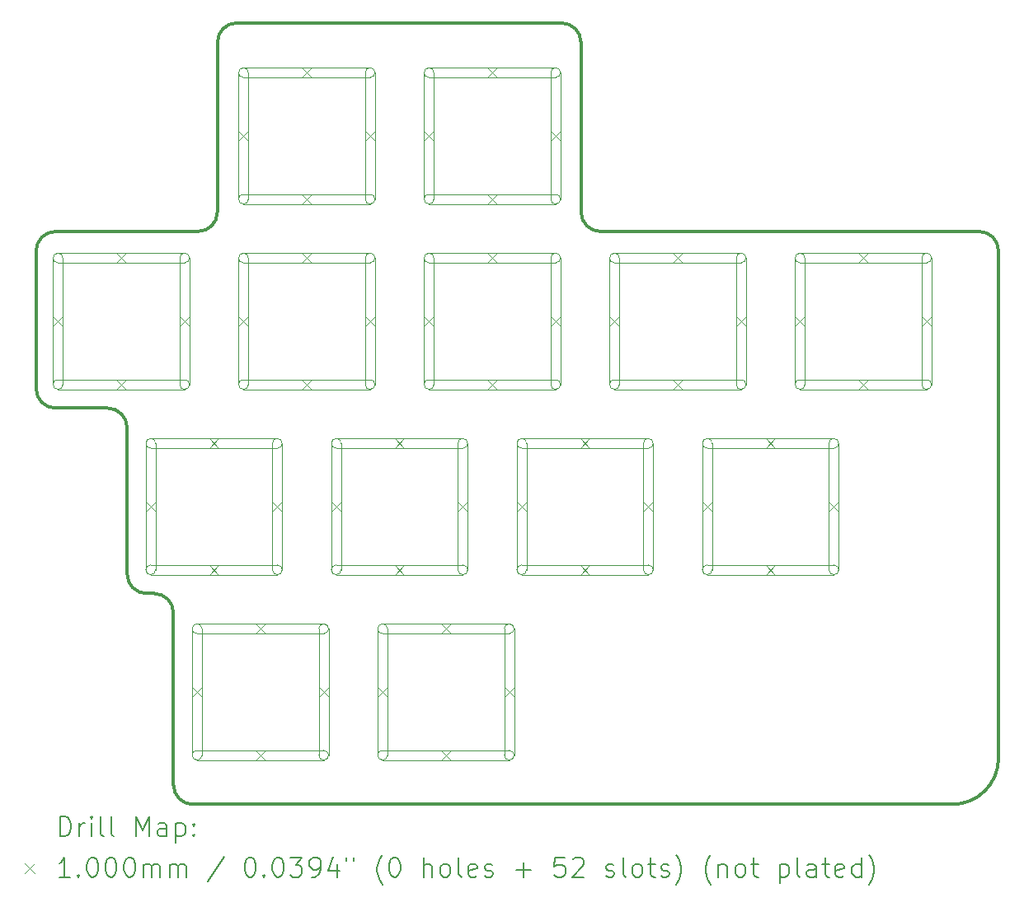
<source format=gbr>
%TF.GenerationSoftware,KiCad,Pcbnew,8.0.5*%
%TF.CreationDate,2024-09-30T06:21:50+09:00*%
%TF.ProjectId,SandyLP_Plate_Base_LR,53616e64-794c-4505-9f50-6c6174655f42,v.0*%
%TF.SameCoordinates,Original*%
%TF.FileFunction,Drillmap*%
%TF.FilePolarity,Positive*%
%FSLAX45Y45*%
G04 Gerber Fmt 4.5, Leading zero omitted, Abs format (unit mm)*
G04 Created by KiCad (PCBNEW 8.0.5) date 2024-09-30 06:21:50*
%MOMM*%
%LPD*%
G01*
G04 APERTURE LIST*
%ADD10C,0.300000*%
%ADD11C,0.200000*%
%ADD12C,0.100000*%
G04 APERTURE END LIST*
D10*
X19887547Y-5797528D02*
X19887547Y-7213005D01*
X20621766Y-7413005D02*
X20087547Y-7413005D01*
X20821766Y-7613005D02*
X20822719Y-9118001D01*
X21098016Y-9318001D02*
X21022719Y-9318001D01*
X21298016Y-9518001D02*
X21298969Y-11285653D01*
X21549735Y-5597528D02*
X20087547Y-5597528D01*
X21749735Y-3654403D02*
X21749735Y-5397528D01*
X25283484Y-3454403D02*
X21949735Y-3454403D01*
X25483484Y-3654403D02*
X25483484Y-5397528D01*
X29294734Y-11485653D02*
X21498969Y-11485653D01*
X29570984Y-5597528D02*
X25683484Y-5597528D01*
X29770984Y-5797528D02*
X29770984Y-11009403D01*
X19887547Y-5797528D02*
G75*
G02*
X20087547Y-5597534I199998J-4D01*
G01*
X20087547Y-7413005D02*
G75*
G02*
X19887541Y-7213005I-13J199994D01*
G01*
X20621766Y-7413005D02*
G75*
G02*
X20821761Y-7613005I-11J-200007D01*
G01*
X21022719Y-9318001D02*
G75*
G02*
X20822716Y-9118001I-5J199999D01*
G01*
X21098016Y-9318001D02*
G75*
G02*
X21298016Y-9518001I-11J-200011D01*
G01*
X21498969Y-11485653D02*
G75*
G02*
X21298964Y-11285653I-5J200001D01*
G01*
X21749735Y-3654403D02*
G75*
G02*
X21949735Y-3454402I200010J-9D01*
G01*
X21749735Y-5397528D02*
G75*
G02*
X21549735Y-5597532I-200000J-4D01*
G01*
X25283484Y-3454403D02*
G75*
G02*
X25483483Y-3654403I0J-199999D01*
G01*
X25683484Y-5597528D02*
G75*
G02*
X25483478Y-5397528I0J200006D01*
G01*
X29570984Y-5597528D02*
G75*
G02*
X29770988Y-5797528I0J-200004D01*
G01*
X29770984Y-11009403D02*
G75*
G02*
X29294734Y-11485652I-476250J1D01*
G01*
D11*
D12*
X20062235Y-6470032D02*
X20162235Y-6570032D01*
X20162235Y-6470032D02*
X20062235Y-6570032D01*
X20162235Y-7170032D02*
X20162235Y-5870032D01*
X20062235Y-5870032D02*
G75*
G02*
X20162235Y-5870032I50000J0D01*
G01*
X20062235Y-5870032D02*
X20062235Y-7170032D01*
X20062235Y-7170032D02*
G75*
G03*
X20162235Y-7170032I50000J0D01*
G01*
X20712235Y-5820032D02*
X20812235Y-5920032D01*
X20812235Y-5820032D02*
X20712235Y-5920032D01*
X20112235Y-5920032D02*
X21412235Y-5920032D01*
X21412235Y-5820032D02*
G75*
G02*
X21412235Y-5920032I0J-50000D01*
G01*
X21412235Y-5820032D02*
X20112235Y-5820032D01*
X20112235Y-5820032D02*
G75*
G03*
X20112235Y-5920032I0J-50000D01*
G01*
X20712235Y-7120032D02*
X20812235Y-7220032D01*
X20812235Y-7120032D02*
X20712235Y-7220032D01*
X20112235Y-7220032D02*
X21412235Y-7220032D01*
X21412235Y-7120032D02*
G75*
G02*
X21412235Y-7220032I0J-50000D01*
G01*
X21412235Y-7120032D02*
X20112235Y-7120032D01*
X20112235Y-7120032D02*
G75*
G03*
X20112235Y-7220032I0J-50000D01*
G01*
X21014735Y-8375032D02*
X21114735Y-8475032D01*
X21114735Y-8375032D02*
X21014735Y-8475032D01*
X21114735Y-9075032D02*
X21114735Y-7775032D01*
X21014735Y-7775032D02*
G75*
G02*
X21114735Y-7775032I50000J0D01*
G01*
X21014735Y-7775032D02*
X21014735Y-9075032D01*
X21014735Y-9075032D02*
G75*
G03*
X21114735Y-9075032I50000J0D01*
G01*
X21362235Y-6470032D02*
X21462235Y-6570032D01*
X21462235Y-6470032D02*
X21362235Y-6570032D01*
X21462235Y-7170032D02*
X21462235Y-5870032D01*
X21362235Y-5870032D02*
G75*
G02*
X21462235Y-5870032I50000J0D01*
G01*
X21362235Y-5870032D02*
X21362235Y-7170032D01*
X21362235Y-7170032D02*
G75*
G03*
X21462235Y-7170032I50000J0D01*
G01*
X21490985Y-10280032D02*
X21590985Y-10380032D01*
X21590985Y-10280032D02*
X21490985Y-10380032D01*
X21590985Y-10980032D02*
X21590985Y-9680032D01*
X21490985Y-9680032D02*
G75*
G02*
X21590985Y-9680032I50000J0D01*
G01*
X21490985Y-9680032D02*
X21490985Y-10980032D01*
X21490985Y-10980032D02*
G75*
G03*
X21590985Y-10980032I50000J0D01*
G01*
X21664735Y-7725032D02*
X21764735Y-7825032D01*
X21764735Y-7725032D02*
X21664735Y-7825032D01*
X21064735Y-7825032D02*
X22364735Y-7825032D01*
X22364735Y-7725032D02*
G75*
G02*
X22364735Y-7825032I0J-50000D01*
G01*
X22364735Y-7725032D02*
X21064735Y-7725032D01*
X21064735Y-7725032D02*
G75*
G03*
X21064735Y-7825032I0J-50000D01*
G01*
X21664735Y-9025032D02*
X21764735Y-9125032D01*
X21764735Y-9025032D02*
X21664735Y-9125032D01*
X21064735Y-9125032D02*
X22364735Y-9125032D01*
X22364735Y-9025032D02*
G75*
G02*
X22364735Y-9125032I0J-50000D01*
G01*
X22364735Y-9025032D02*
X21064735Y-9025032D01*
X21064735Y-9025032D02*
G75*
G03*
X21064735Y-9125032I0J-50000D01*
G01*
X21967235Y-4565032D02*
X22067235Y-4665032D01*
X22067235Y-4565032D02*
X21967235Y-4665032D01*
X22067235Y-5265032D02*
X22067235Y-3965032D01*
X21967235Y-3965032D02*
G75*
G02*
X22067235Y-3965032I50000J0D01*
G01*
X21967235Y-3965032D02*
X21967235Y-5265032D01*
X21967235Y-5265032D02*
G75*
G03*
X22067235Y-5265032I50000J0D01*
G01*
X21967235Y-6470032D02*
X22067235Y-6570032D01*
X22067235Y-6470032D02*
X21967235Y-6570032D01*
X22067235Y-7170032D02*
X22067235Y-5870032D01*
X21967235Y-5870032D02*
G75*
G02*
X22067235Y-5870032I50000J0D01*
G01*
X21967235Y-5870032D02*
X21967235Y-7170032D01*
X21967235Y-7170032D02*
G75*
G03*
X22067235Y-7170032I50000J0D01*
G01*
X22140985Y-9630032D02*
X22240985Y-9730032D01*
X22240985Y-9630032D02*
X22140985Y-9730032D01*
X21540985Y-9730032D02*
X22840984Y-9730032D01*
X22840984Y-9630032D02*
G75*
G02*
X22840984Y-9730032I0J-50000D01*
G01*
X22840984Y-9630032D02*
X21540985Y-9630032D01*
X21540985Y-9630032D02*
G75*
G03*
X21540985Y-9730032I0J-50000D01*
G01*
X22140985Y-10930032D02*
X22240985Y-11030032D01*
X22240985Y-10930032D02*
X22140985Y-11030032D01*
X21540985Y-11030032D02*
X22840984Y-11030032D01*
X22840984Y-10930032D02*
G75*
G02*
X22840984Y-11030032I0J-50000D01*
G01*
X22840984Y-10930032D02*
X21540985Y-10930032D01*
X21540985Y-10930032D02*
G75*
G03*
X21540985Y-11030032I0J-50000D01*
G01*
X22314735Y-8375032D02*
X22414734Y-8475032D01*
X22414734Y-8375032D02*
X22314735Y-8475032D01*
X22414734Y-9075032D02*
X22414734Y-7775032D01*
X22314735Y-7775032D02*
G75*
G02*
X22414734Y-7775032I50000J0D01*
G01*
X22314735Y-7775032D02*
X22314735Y-9075032D01*
X22314735Y-9075032D02*
G75*
G03*
X22414734Y-9075032I50000J0D01*
G01*
X22617234Y-3915032D02*
X22717234Y-4015032D01*
X22717234Y-3915032D02*
X22617234Y-4015032D01*
X22017235Y-4015032D02*
X23317234Y-4015032D01*
X23317234Y-3915032D02*
G75*
G02*
X23317234Y-4015032I0J-50000D01*
G01*
X23317234Y-3915032D02*
X22017235Y-3915032D01*
X22017235Y-3915032D02*
G75*
G03*
X22017235Y-4015032I0J-50000D01*
G01*
X22617234Y-5215032D02*
X22717234Y-5315032D01*
X22717234Y-5215032D02*
X22617234Y-5315032D01*
X22017235Y-5315032D02*
X23317234Y-5315032D01*
X23317234Y-5215032D02*
G75*
G02*
X23317234Y-5315032I0J-50000D01*
G01*
X23317234Y-5215032D02*
X22017235Y-5215032D01*
X22017235Y-5215032D02*
G75*
G03*
X22017235Y-5315032I0J-50000D01*
G01*
X22617234Y-5820032D02*
X22717234Y-5920032D01*
X22717234Y-5820032D02*
X22617234Y-5920032D01*
X22017235Y-5920032D02*
X23317234Y-5920032D01*
X23317234Y-5820032D02*
G75*
G02*
X23317234Y-5920032I0J-50000D01*
G01*
X23317234Y-5820032D02*
X22017235Y-5820032D01*
X22017235Y-5820032D02*
G75*
G03*
X22017235Y-5920032I0J-50000D01*
G01*
X22617234Y-7120032D02*
X22717234Y-7220032D01*
X22717234Y-7120032D02*
X22617234Y-7220032D01*
X22017235Y-7220032D02*
X23317234Y-7220032D01*
X23317234Y-7120032D02*
G75*
G02*
X23317234Y-7220032I0J-50000D01*
G01*
X23317234Y-7120032D02*
X22017235Y-7120032D01*
X22017235Y-7120032D02*
G75*
G03*
X22017235Y-7220032I0J-50000D01*
G01*
X22790984Y-10280032D02*
X22890984Y-10380032D01*
X22890984Y-10280032D02*
X22790984Y-10380032D01*
X22890984Y-10980032D02*
X22890984Y-9680032D01*
X22790984Y-9680032D02*
G75*
G02*
X22890984Y-9680032I50000J0D01*
G01*
X22790984Y-9680032D02*
X22790984Y-10980032D01*
X22790984Y-10980032D02*
G75*
G03*
X22890984Y-10980032I50000J0D01*
G01*
X22919734Y-8375032D02*
X23019734Y-8475032D01*
X23019734Y-8375032D02*
X22919734Y-8475032D01*
X23019734Y-9075032D02*
X23019734Y-7775032D01*
X22919734Y-7775032D02*
G75*
G02*
X23019734Y-7775032I50000J0D01*
G01*
X22919734Y-7775032D02*
X22919734Y-9075032D01*
X22919734Y-9075032D02*
G75*
G03*
X23019734Y-9075032I50000J0D01*
G01*
X23267234Y-4565032D02*
X23367234Y-4665032D01*
X23367234Y-4565032D02*
X23267234Y-4665032D01*
X23367234Y-5265032D02*
X23367234Y-3965032D01*
X23267234Y-3965032D02*
G75*
G02*
X23367234Y-3965032I50000J0D01*
G01*
X23267234Y-3965032D02*
X23267234Y-5265032D01*
X23267234Y-5265032D02*
G75*
G03*
X23367234Y-5265032I50000J0D01*
G01*
X23267234Y-6470032D02*
X23367234Y-6570032D01*
X23367234Y-6470032D02*
X23267234Y-6570032D01*
X23367234Y-7170032D02*
X23367234Y-5870032D01*
X23267234Y-5870032D02*
G75*
G02*
X23367234Y-5870032I50000J0D01*
G01*
X23267234Y-5870032D02*
X23267234Y-7170032D01*
X23267234Y-7170032D02*
G75*
G03*
X23367234Y-7170032I50000J0D01*
G01*
X23395984Y-10280032D02*
X23495984Y-10380032D01*
X23495984Y-10280032D02*
X23395984Y-10380032D01*
X23495984Y-10980032D02*
X23495984Y-9680032D01*
X23395984Y-9680032D02*
G75*
G02*
X23495984Y-9680032I50000J0D01*
G01*
X23395984Y-9680032D02*
X23395984Y-10980032D01*
X23395984Y-10980032D02*
G75*
G03*
X23495984Y-10980032I50000J0D01*
G01*
X23569734Y-7725032D02*
X23669734Y-7825032D01*
X23669734Y-7725032D02*
X23569734Y-7825032D01*
X22969734Y-7825032D02*
X24269734Y-7825032D01*
X24269734Y-7725032D02*
G75*
G02*
X24269734Y-7825032I0J-50000D01*
G01*
X24269734Y-7725032D02*
X22969734Y-7725032D01*
X22969734Y-7725032D02*
G75*
G03*
X22969734Y-7825032I0J-50000D01*
G01*
X23569734Y-9025032D02*
X23669734Y-9125032D01*
X23669734Y-9025032D02*
X23569734Y-9125032D01*
X22969734Y-9125032D02*
X24269734Y-9125032D01*
X24269734Y-9025032D02*
G75*
G02*
X24269734Y-9125032I0J-50000D01*
G01*
X24269734Y-9025032D02*
X22969734Y-9025032D01*
X22969734Y-9025032D02*
G75*
G03*
X22969734Y-9125032I0J-50000D01*
G01*
X23872234Y-4565032D02*
X23972234Y-4665032D01*
X23972234Y-4565032D02*
X23872234Y-4665032D01*
X23972234Y-5265032D02*
X23972234Y-3965032D01*
X23872234Y-3965032D02*
G75*
G02*
X23972234Y-3965032I50000J0D01*
G01*
X23872234Y-3965032D02*
X23872234Y-5265032D01*
X23872234Y-5265032D02*
G75*
G03*
X23972234Y-5265032I50000J0D01*
G01*
X23872234Y-6470032D02*
X23972234Y-6570032D01*
X23972234Y-6470032D02*
X23872234Y-6570032D01*
X23972234Y-7170032D02*
X23972234Y-5870032D01*
X23872234Y-5870032D02*
G75*
G02*
X23972234Y-5870032I50000J0D01*
G01*
X23872234Y-5870032D02*
X23872234Y-7170032D01*
X23872234Y-7170032D02*
G75*
G03*
X23972234Y-7170032I50000J0D01*
G01*
X24045984Y-9630032D02*
X24145984Y-9730032D01*
X24145984Y-9630032D02*
X24045984Y-9730032D01*
X23445984Y-9730032D02*
X24745984Y-9730032D01*
X24745984Y-9630032D02*
G75*
G02*
X24745984Y-9730032I0J-50000D01*
G01*
X24745984Y-9630032D02*
X23445984Y-9630032D01*
X23445984Y-9630032D02*
G75*
G03*
X23445984Y-9730032I0J-50000D01*
G01*
X24045984Y-10930032D02*
X24145984Y-11030032D01*
X24145984Y-10930032D02*
X24045984Y-11030032D01*
X23445984Y-11030032D02*
X24745984Y-11030032D01*
X24745984Y-10930032D02*
G75*
G02*
X24745984Y-11030032I0J-50000D01*
G01*
X24745984Y-10930032D02*
X23445984Y-10930032D01*
X23445984Y-10930032D02*
G75*
G03*
X23445984Y-11030032I0J-50000D01*
G01*
X24219734Y-8375032D02*
X24319734Y-8475032D01*
X24319734Y-8375032D02*
X24219734Y-8475032D01*
X24319734Y-9075032D02*
X24319734Y-7775032D01*
X24219734Y-7775032D02*
G75*
G02*
X24319734Y-7775032I50000J0D01*
G01*
X24219734Y-7775032D02*
X24219734Y-9075032D01*
X24219734Y-9075032D02*
G75*
G03*
X24319734Y-9075032I50000J0D01*
G01*
X24522234Y-3915032D02*
X24622234Y-4015032D01*
X24622234Y-3915032D02*
X24522234Y-4015032D01*
X23922234Y-4015032D02*
X25222234Y-4015032D01*
X25222234Y-3915032D02*
G75*
G02*
X25222234Y-4015032I0J-50000D01*
G01*
X25222234Y-3915032D02*
X23922234Y-3915032D01*
X23922234Y-3915032D02*
G75*
G03*
X23922234Y-4015032I0J-50000D01*
G01*
X24522234Y-5215032D02*
X24622234Y-5315032D01*
X24622234Y-5215032D02*
X24522234Y-5315032D01*
X23922234Y-5315032D02*
X25222234Y-5315032D01*
X25222234Y-5215032D02*
G75*
G02*
X25222234Y-5315032I0J-50000D01*
G01*
X25222234Y-5215032D02*
X23922234Y-5215032D01*
X23922234Y-5215032D02*
G75*
G03*
X23922234Y-5315032I0J-50000D01*
G01*
X24522234Y-5820032D02*
X24622234Y-5920032D01*
X24622234Y-5820032D02*
X24522234Y-5920032D01*
X23922234Y-5920032D02*
X25222234Y-5920032D01*
X25222234Y-5820032D02*
G75*
G02*
X25222234Y-5920032I0J-50000D01*
G01*
X25222234Y-5820032D02*
X23922234Y-5820032D01*
X23922234Y-5820032D02*
G75*
G03*
X23922234Y-5920032I0J-50000D01*
G01*
X24522234Y-7120032D02*
X24622234Y-7220032D01*
X24622234Y-7120032D02*
X24522234Y-7220032D01*
X23922234Y-7220032D02*
X25222234Y-7220032D01*
X25222234Y-7120032D02*
G75*
G02*
X25222234Y-7220032I0J-50000D01*
G01*
X25222234Y-7120032D02*
X23922234Y-7120032D01*
X23922234Y-7120032D02*
G75*
G03*
X23922234Y-7220032I0J-50000D01*
G01*
X24695984Y-10280032D02*
X24795984Y-10380032D01*
X24795984Y-10280032D02*
X24695984Y-10380032D01*
X24795984Y-10980032D02*
X24795984Y-9680032D01*
X24695984Y-9680032D02*
G75*
G02*
X24795984Y-9680032I50000J0D01*
G01*
X24695984Y-9680032D02*
X24695984Y-10980032D01*
X24695984Y-10980032D02*
G75*
G03*
X24795984Y-10980032I50000J0D01*
G01*
X24824734Y-8375032D02*
X24924734Y-8475032D01*
X24924734Y-8375032D02*
X24824734Y-8475032D01*
X24924734Y-9075032D02*
X24924734Y-7775032D01*
X24824734Y-7775032D02*
G75*
G02*
X24924734Y-7775032I50000J0D01*
G01*
X24824734Y-7775032D02*
X24824734Y-9075032D01*
X24824734Y-9075032D02*
G75*
G03*
X24924734Y-9075032I50000J0D01*
G01*
X25172234Y-4565032D02*
X25272234Y-4665032D01*
X25272234Y-4565032D02*
X25172234Y-4665032D01*
X25272234Y-5265032D02*
X25272234Y-3965032D01*
X25172234Y-3965032D02*
G75*
G02*
X25272234Y-3965032I50000J0D01*
G01*
X25172234Y-3965032D02*
X25172234Y-5265032D01*
X25172234Y-5265032D02*
G75*
G03*
X25272234Y-5265032I50000J0D01*
G01*
X25172234Y-6470032D02*
X25272234Y-6570032D01*
X25272234Y-6470032D02*
X25172234Y-6570032D01*
X25272234Y-7170032D02*
X25272234Y-5870032D01*
X25172234Y-5870032D02*
G75*
G02*
X25272234Y-5870032I50000J0D01*
G01*
X25172234Y-5870032D02*
X25172234Y-7170032D01*
X25172234Y-7170032D02*
G75*
G03*
X25272234Y-7170032I50000J0D01*
G01*
X25474734Y-7725032D02*
X25574734Y-7825032D01*
X25574734Y-7725032D02*
X25474734Y-7825032D01*
X24874734Y-7825032D02*
X26174734Y-7825032D01*
X26174734Y-7725032D02*
G75*
G02*
X26174734Y-7825032I0J-50000D01*
G01*
X26174734Y-7725032D02*
X24874734Y-7725032D01*
X24874734Y-7725032D02*
G75*
G03*
X24874734Y-7825032I0J-50000D01*
G01*
X25474734Y-9025032D02*
X25574734Y-9125032D01*
X25574734Y-9025032D02*
X25474734Y-9125032D01*
X24874734Y-9125032D02*
X26174734Y-9125032D01*
X26174734Y-9025032D02*
G75*
G02*
X26174734Y-9125032I0J-50000D01*
G01*
X26174734Y-9025032D02*
X24874734Y-9025032D01*
X24874734Y-9025032D02*
G75*
G03*
X24874734Y-9125032I0J-50000D01*
G01*
X25777234Y-6470032D02*
X25877234Y-6570032D01*
X25877234Y-6470032D02*
X25777234Y-6570032D01*
X25877234Y-7170032D02*
X25877234Y-5870032D01*
X25777234Y-5870032D02*
G75*
G02*
X25877234Y-5870032I50000J0D01*
G01*
X25777234Y-5870032D02*
X25777234Y-7170032D01*
X25777234Y-7170032D02*
G75*
G03*
X25877234Y-7170032I50000J0D01*
G01*
X26124734Y-8375032D02*
X26224734Y-8475032D01*
X26224734Y-8375032D02*
X26124734Y-8475032D01*
X26224734Y-9075032D02*
X26224734Y-7775032D01*
X26124734Y-7775032D02*
G75*
G02*
X26224734Y-7775032I50000J0D01*
G01*
X26124734Y-7775032D02*
X26124734Y-9075032D01*
X26124734Y-9075032D02*
G75*
G03*
X26224734Y-9075032I50000J0D01*
G01*
X26427234Y-5820032D02*
X26527234Y-5920032D01*
X26527234Y-5820032D02*
X26427234Y-5920032D01*
X25827234Y-5920032D02*
X27127234Y-5920032D01*
X27127234Y-5820032D02*
G75*
G02*
X27127234Y-5920032I0J-50000D01*
G01*
X27127234Y-5820032D02*
X25827234Y-5820032D01*
X25827234Y-5820032D02*
G75*
G03*
X25827234Y-5920032I0J-50000D01*
G01*
X26427234Y-7120032D02*
X26527234Y-7220032D01*
X26527234Y-7120032D02*
X26427234Y-7220032D01*
X25827234Y-7220032D02*
X27127234Y-7220032D01*
X27127234Y-7120032D02*
G75*
G02*
X27127234Y-7220032I0J-50000D01*
G01*
X27127234Y-7120032D02*
X25827234Y-7120032D01*
X25827234Y-7120032D02*
G75*
G03*
X25827234Y-7220032I0J-50000D01*
G01*
X26729734Y-8375032D02*
X26829734Y-8475032D01*
X26829734Y-8375032D02*
X26729734Y-8475032D01*
X26829734Y-9075032D02*
X26829734Y-7775032D01*
X26729734Y-7775032D02*
G75*
G02*
X26829734Y-7775032I50000J0D01*
G01*
X26729734Y-7775032D02*
X26729734Y-9075032D01*
X26729734Y-9075032D02*
G75*
G03*
X26829734Y-9075032I50000J0D01*
G01*
X27077234Y-6470032D02*
X27177234Y-6570032D01*
X27177234Y-6470032D02*
X27077234Y-6570032D01*
X27177234Y-7170032D02*
X27177234Y-5870032D01*
X27077234Y-5870032D02*
G75*
G02*
X27177234Y-5870032I50000J0D01*
G01*
X27077234Y-5870032D02*
X27077234Y-7170032D01*
X27077234Y-7170032D02*
G75*
G03*
X27177234Y-7170032I50000J0D01*
G01*
X27379734Y-7725032D02*
X27479734Y-7825032D01*
X27479734Y-7725032D02*
X27379734Y-7825032D01*
X26779734Y-7825032D02*
X28079734Y-7825032D01*
X28079734Y-7725032D02*
G75*
G02*
X28079734Y-7825032I0J-50000D01*
G01*
X28079734Y-7725032D02*
X26779734Y-7725032D01*
X26779734Y-7725032D02*
G75*
G03*
X26779734Y-7825032I0J-50000D01*
G01*
X27379734Y-9025032D02*
X27479734Y-9125032D01*
X27479734Y-9025032D02*
X27379734Y-9125032D01*
X26779734Y-9125032D02*
X28079734Y-9125032D01*
X28079734Y-9025032D02*
G75*
G02*
X28079734Y-9125032I0J-50000D01*
G01*
X28079734Y-9025032D02*
X26779734Y-9025032D01*
X26779734Y-9025032D02*
G75*
G03*
X26779734Y-9125032I0J-50000D01*
G01*
X27682234Y-6470032D02*
X27782234Y-6570032D01*
X27782234Y-6470032D02*
X27682234Y-6570032D01*
X27782234Y-7170032D02*
X27782234Y-5870032D01*
X27682234Y-5870032D02*
G75*
G02*
X27782234Y-5870032I50000J0D01*
G01*
X27682234Y-5870032D02*
X27682234Y-7170032D01*
X27682234Y-7170032D02*
G75*
G03*
X27782234Y-7170032I50000J0D01*
G01*
X28029734Y-8375032D02*
X28129734Y-8475032D01*
X28129734Y-8375032D02*
X28029734Y-8475032D01*
X28129734Y-9075032D02*
X28129734Y-7775032D01*
X28029734Y-7775032D02*
G75*
G02*
X28129734Y-7775032I50000J0D01*
G01*
X28029734Y-7775032D02*
X28029734Y-9075032D01*
X28029734Y-9075032D02*
G75*
G03*
X28129734Y-9075032I50000J0D01*
G01*
X28332234Y-5820032D02*
X28432234Y-5920032D01*
X28432234Y-5820032D02*
X28332234Y-5920032D01*
X27732234Y-5920032D02*
X29032234Y-5920032D01*
X29032234Y-5820032D02*
G75*
G02*
X29032234Y-5920032I0J-50000D01*
G01*
X29032234Y-5820032D02*
X27732234Y-5820032D01*
X27732234Y-5820032D02*
G75*
G03*
X27732234Y-5920032I0J-50000D01*
G01*
X28332234Y-7120032D02*
X28432234Y-7220032D01*
X28432234Y-7120032D02*
X28332234Y-7220032D01*
X27732234Y-7220032D02*
X29032234Y-7220032D01*
X29032234Y-7120032D02*
G75*
G02*
X29032234Y-7220032I0J-50000D01*
G01*
X29032234Y-7120032D02*
X27732234Y-7120032D01*
X27732234Y-7120032D02*
G75*
G03*
X27732234Y-7220032I0J-50000D01*
G01*
X28982234Y-6470032D02*
X29082234Y-6570032D01*
X29082234Y-6470032D02*
X28982234Y-6570032D01*
X29082234Y-7170032D02*
X29082234Y-5870032D01*
X28982234Y-5870032D02*
G75*
G02*
X29082234Y-5870032I50000J0D01*
G01*
X28982234Y-5870032D02*
X28982234Y-7170032D01*
X28982234Y-7170032D02*
G75*
G03*
X29082234Y-7170032I50000J0D01*
G01*
D11*
X20133318Y-11812137D02*
X20133318Y-11612137D01*
X20133318Y-11612137D02*
X20180937Y-11612137D01*
X20180937Y-11612137D02*
X20209508Y-11621661D01*
X20209508Y-11621661D02*
X20228556Y-11640708D01*
X20228556Y-11640708D02*
X20238080Y-11659756D01*
X20238080Y-11659756D02*
X20247604Y-11697851D01*
X20247604Y-11697851D02*
X20247604Y-11726422D01*
X20247604Y-11726422D02*
X20238080Y-11764518D01*
X20238080Y-11764518D02*
X20228556Y-11783565D01*
X20228556Y-11783565D02*
X20209508Y-11802613D01*
X20209508Y-11802613D02*
X20180937Y-11812137D01*
X20180937Y-11812137D02*
X20133318Y-11812137D01*
X20333318Y-11812137D02*
X20333318Y-11678803D01*
X20333318Y-11716899D02*
X20342842Y-11697851D01*
X20342842Y-11697851D02*
X20352365Y-11688327D01*
X20352365Y-11688327D02*
X20371413Y-11678803D01*
X20371413Y-11678803D02*
X20390461Y-11678803D01*
X20457127Y-11812137D02*
X20457127Y-11678803D01*
X20457127Y-11612137D02*
X20447604Y-11621661D01*
X20447604Y-11621661D02*
X20457127Y-11631184D01*
X20457127Y-11631184D02*
X20466651Y-11621661D01*
X20466651Y-11621661D02*
X20457127Y-11612137D01*
X20457127Y-11612137D02*
X20457127Y-11631184D01*
X20580937Y-11812137D02*
X20561889Y-11802613D01*
X20561889Y-11802613D02*
X20552365Y-11783565D01*
X20552365Y-11783565D02*
X20552365Y-11612137D01*
X20685699Y-11812137D02*
X20666651Y-11802613D01*
X20666651Y-11802613D02*
X20657127Y-11783565D01*
X20657127Y-11783565D02*
X20657127Y-11612137D01*
X20914270Y-11812137D02*
X20914270Y-11612137D01*
X20914270Y-11612137D02*
X20980937Y-11754994D01*
X20980937Y-11754994D02*
X21047604Y-11612137D01*
X21047604Y-11612137D02*
X21047604Y-11812137D01*
X21228556Y-11812137D02*
X21228556Y-11707375D01*
X21228556Y-11707375D02*
X21219032Y-11688327D01*
X21219032Y-11688327D02*
X21199985Y-11678803D01*
X21199985Y-11678803D02*
X21161889Y-11678803D01*
X21161889Y-11678803D02*
X21142842Y-11688327D01*
X21228556Y-11802613D02*
X21209508Y-11812137D01*
X21209508Y-11812137D02*
X21161889Y-11812137D01*
X21161889Y-11812137D02*
X21142842Y-11802613D01*
X21142842Y-11802613D02*
X21133318Y-11783565D01*
X21133318Y-11783565D02*
X21133318Y-11764518D01*
X21133318Y-11764518D02*
X21142842Y-11745470D01*
X21142842Y-11745470D02*
X21161889Y-11735946D01*
X21161889Y-11735946D02*
X21209508Y-11735946D01*
X21209508Y-11735946D02*
X21228556Y-11726422D01*
X21323794Y-11678803D02*
X21323794Y-11878803D01*
X21323794Y-11688327D02*
X21342842Y-11678803D01*
X21342842Y-11678803D02*
X21380937Y-11678803D01*
X21380937Y-11678803D02*
X21399985Y-11688327D01*
X21399985Y-11688327D02*
X21409508Y-11697851D01*
X21409508Y-11697851D02*
X21419032Y-11716899D01*
X21419032Y-11716899D02*
X21419032Y-11774041D01*
X21419032Y-11774041D02*
X21409508Y-11793089D01*
X21409508Y-11793089D02*
X21399985Y-11802613D01*
X21399985Y-11802613D02*
X21380937Y-11812137D01*
X21380937Y-11812137D02*
X21342842Y-11812137D01*
X21342842Y-11812137D02*
X21323794Y-11802613D01*
X21504746Y-11793089D02*
X21514270Y-11802613D01*
X21514270Y-11802613D02*
X21504746Y-11812137D01*
X21504746Y-11812137D02*
X21495223Y-11802613D01*
X21495223Y-11802613D02*
X21504746Y-11793089D01*
X21504746Y-11793089D02*
X21504746Y-11812137D01*
X21504746Y-11688327D02*
X21514270Y-11697851D01*
X21514270Y-11697851D02*
X21504746Y-11707375D01*
X21504746Y-11707375D02*
X21495223Y-11697851D01*
X21495223Y-11697851D02*
X21504746Y-11688327D01*
X21504746Y-11688327D02*
X21504746Y-11707375D01*
D12*
X19772541Y-12090653D02*
X19872541Y-12190653D01*
X19872541Y-12090653D02*
X19772541Y-12190653D01*
D11*
X20238080Y-12232137D02*
X20123794Y-12232137D01*
X20180937Y-12232137D02*
X20180937Y-12032137D01*
X20180937Y-12032137D02*
X20161889Y-12060708D01*
X20161889Y-12060708D02*
X20142842Y-12079756D01*
X20142842Y-12079756D02*
X20123794Y-12089280D01*
X20323794Y-12213089D02*
X20333318Y-12222613D01*
X20333318Y-12222613D02*
X20323794Y-12232137D01*
X20323794Y-12232137D02*
X20314270Y-12222613D01*
X20314270Y-12222613D02*
X20323794Y-12213089D01*
X20323794Y-12213089D02*
X20323794Y-12232137D01*
X20457127Y-12032137D02*
X20476175Y-12032137D01*
X20476175Y-12032137D02*
X20495223Y-12041661D01*
X20495223Y-12041661D02*
X20504746Y-12051184D01*
X20504746Y-12051184D02*
X20514270Y-12070232D01*
X20514270Y-12070232D02*
X20523794Y-12108327D01*
X20523794Y-12108327D02*
X20523794Y-12155946D01*
X20523794Y-12155946D02*
X20514270Y-12194041D01*
X20514270Y-12194041D02*
X20504746Y-12213089D01*
X20504746Y-12213089D02*
X20495223Y-12222613D01*
X20495223Y-12222613D02*
X20476175Y-12232137D01*
X20476175Y-12232137D02*
X20457127Y-12232137D01*
X20457127Y-12232137D02*
X20438080Y-12222613D01*
X20438080Y-12222613D02*
X20428556Y-12213089D01*
X20428556Y-12213089D02*
X20419032Y-12194041D01*
X20419032Y-12194041D02*
X20409508Y-12155946D01*
X20409508Y-12155946D02*
X20409508Y-12108327D01*
X20409508Y-12108327D02*
X20419032Y-12070232D01*
X20419032Y-12070232D02*
X20428556Y-12051184D01*
X20428556Y-12051184D02*
X20438080Y-12041661D01*
X20438080Y-12041661D02*
X20457127Y-12032137D01*
X20647604Y-12032137D02*
X20666651Y-12032137D01*
X20666651Y-12032137D02*
X20685699Y-12041661D01*
X20685699Y-12041661D02*
X20695223Y-12051184D01*
X20695223Y-12051184D02*
X20704746Y-12070232D01*
X20704746Y-12070232D02*
X20714270Y-12108327D01*
X20714270Y-12108327D02*
X20714270Y-12155946D01*
X20714270Y-12155946D02*
X20704746Y-12194041D01*
X20704746Y-12194041D02*
X20695223Y-12213089D01*
X20695223Y-12213089D02*
X20685699Y-12222613D01*
X20685699Y-12222613D02*
X20666651Y-12232137D01*
X20666651Y-12232137D02*
X20647604Y-12232137D01*
X20647604Y-12232137D02*
X20628556Y-12222613D01*
X20628556Y-12222613D02*
X20619032Y-12213089D01*
X20619032Y-12213089D02*
X20609508Y-12194041D01*
X20609508Y-12194041D02*
X20599985Y-12155946D01*
X20599985Y-12155946D02*
X20599985Y-12108327D01*
X20599985Y-12108327D02*
X20609508Y-12070232D01*
X20609508Y-12070232D02*
X20619032Y-12051184D01*
X20619032Y-12051184D02*
X20628556Y-12041661D01*
X20628556Y-12041661D02*
X20647604Y-12032137D01*
X20838080Y-12032137D02*
X20857127Y-12032137D01*
X20857127Y-12032137D02*
X20876175Y-12041661D01*
X20876175Y-12041661D02*
X20885699Y-12051184D01*
X20885699Y-12051184D02*
X20895223Y-12070232D01*
X20895223Y-12070232D02*
X20904746Y-12108327D01*
X20904746Y-12108327D02*
X20904746Y-12155946D01*
X20904746Y-12155946D02*
X20895223Y-12194041D01*
X20895223Y-12194041D02*
X20885699Y-12213089D01*
X20885699Y-12213089D02*
X20876175Y-12222613D01*
X20876175Y-12222613D02*
X20857127Y-12232137D01*
X20857127Y-12232137D02*
X20838080Y-12232137D01*
X20838080Y-12232137D02*
X20819032Y-12222613D01*
X20819032Y-12222613D02*
X20809508Y-12213089D01*
X20809508Y-12213089D02*
X20799985Y-12194041D01*
X20799985Y-12194041D02*
X20790461Y-12155946D01*
X20790461Y-12155946D02*
X20790461Y-12108327D01*
X20790461Y-12108327D02*
X20799985Y-12070232D01*
X20799985Y-12070232D02*
X20809508Y-12051184D01*
X20809508Y-12051184D02*
X20819032Y-12041661D01*
X20819032Y-12041661D02*
X20838080Y-12032137D01*
X20990461Y-12232137D02*
X20990461Y-12098803D01*
X20990461Y-12117851D02*
X20999985Y-12108327D01*
X20999985Y-12108327D02*
X21019032Y-12098803D01*
X21019032Y-12098803D02*
X21047604Y-12098803D01*
X21047604Y-12098803D02*
X21066651Y-12108327D01*
X21066651Y-12108327D02*
X21076175Y-12127375D01*
X21076175Y-12127375D02*
X21076175Y-12232137D01*
X21076175Y-12127375D02*
X21085699Y-12108327D01*
X21085699Y-12108327D02*
X21104746Y-12098803D01*
X21104746Y-12098803D02*
X21133318Y-12098803D01*
X21133318Y-12098803D02*
X21152366Y-12108327D01*
X21152366Y-12108327D02*
X21161889Y-12127375D01*
X21161889Y-12127375D02*
X21161889Y-12232137D01*
X21257127Y-12232137D02*
X21257127Y-12098803D01*
X21257127Y-12117851D02*
X21266651Y-12108327D01*
X21266651Y-12108327D02*
X21285699Y-12098803D01*
X21285699Y-12098803D02*
X21314270Y-12098803D01*
X21314270Y-12098803D02*
X21333318Y-12108327D01*
X21333318Y-12108327D02*
X21342842Y-12127375D01*
X21342842Y-12127375D02*
X21342842Y-12232137D01*
X21342842Y-12127375D02*
X21352366Y-12108327D01*
X21352366Y-12108327D02*
X21371413Y-12098803D01*
X21371413Y-12098803D02*
X21399985Y-12098803D01*
X21399985Y-12098803D02*
X21419032Y-12108327D01*
X21419032Y-12108327D02*
X21428556Y-12127375D01*
X21428556Y-12127375D02*
X21428556Y-12232137D01*
X21819032Y-12022613D02*
X21647604Y-12279756D01*
X22076175Y-12032137D02*
X22095223Y-12032137D01*
X22095223Y-12032137D02*
X22114270Y-12041661D01*
X22114270Y-12041661D02*
X22123794Y-12051184D01*
X22123794Y-12051184D02*
X22133318Y-12070232D01*
X22133318Y-12070232D02*
X22142842Y-12108327D01*
X22142842Y-12108327D02*
X22142842Y-12155946D01*
X22142842Y-12155946D02*
X22133318Y-12194041D01*
X22133318Y-12194041D02*
X22123794Y-12213089D01*
X22123794Y-12213089D02*
X22114270Y-12222613D01*
X22114270Y-12222613D02*
X22095223Y-12232137D01*
X22095223Y-12232137D02*
X22076175Y-12232137D01*
X22076175Y-12232137D02*
X22057128Y-12222613D01*
X22057128Y-12222613D02*
X22047604Y-12213089D01*
X22047604Y-12213089D02*
X22038080Y-12194041D01*
X22038080Y-12194041D02*
X22028556Y-12155946D01*
X22028556Y-12155946D02*
X22028556Y-12108327D01*
X22028556Y-12108327D02*
X22038080Y-12070232D01*
X22038080Y-12070232D02*
X22047604Y-12051184D01*
X22047604Y-12051184D02*
X22057128Y-12041661D01*
X22057128Y-12041661D02*
X22076175Y-12032137D01*
X22228556Y-12213089D02*
X22238080Y-12222613D01*
X22238080Y-12222613D02*
X22228556Y-12232137D01*
X22228556Y-12232137D02*
X22219032Y-12222613D01*
X22219032Y-12222613D02*
X22228556Y-12213089D01*
X22228556Y-12213089D02*
X22228556Y-12232137D01*
X22361889Y-12032137D02*
X22380937Y-12032137D01*
X22380937Y-12032137D02*
X22399985Y-12041661D01*
X22399985Y-12041661D02*
X22409508Y-12051184D01*
X22409508Y-12051184D02*
X22419032Y-12070232D01*
X22419032Y-12070232D02*
X22428556Y-12108327D01*
X22428556Y-12108327D02*
X22428556Y-12155946D01*
X22428556Y-12155946D02*
X22419032Y-12194041D01*
X22419032Y-12194041D02*
X22409508Y-12213089D01*
X22409508Y-12213089D02*
X22399985Y-12222613D01*
X22399985Y-12222613D02*
X22380937Y-12232137D01*
X22380937Y-12232137D02*
X22361889Y-12232137D01*
X22361889Y-12232137D02*
X22342842Y-12222613D01*
X22342842Y-12222613D02*
X22333318Y-12213089D01*
X22333318Y-12213089D02*
X22323794Y-12194041D01*
X22323794Y-12194041D02*
X22314270Y-12155946D01*
X22314270Y-12155946D02*
X22314270Y-12108327D01*
X22314270Y-12108327D02*
X22323794Y-12070232D01*
X22323794Y-12070232D02*
X22333318Y-12051184D01*
X22333318Y-12051184D02*
X22342842Y-12041661D01*
X22342842Y-12041661D02*
X22361889Y-12032137D01*
X22495223Y-12032137D02*
X22619032Y-12032137D01*
X22619032Y-12032137D02*
X22552366Y-12108327D01*
X22552366Y-12108327D02*
X22580937Y-12108327D01*
X22580937Y-12108327D02*
X22599985Y-12117851D01*
X22599985Y-12117851D02*
X22609508Y-12127375D01*
X22609508Y-12127375D02*
X22619032Y-12146422D01*
X22619032Y-12146422D02*
X22619032Y-12194041D01*
X22619032Y-12194041D02*
X22609508Y-12213089D01*
X22609508Y-12213089D02*
X22599985Y-12222613D01*
X22599985Y-12222613D02*
X22580937Y-12232137D01*
X22580937Y-12232137D02*
X22523794Y-12232137D01*
X22523794Y-12232137D02*
X22504747Y-12222613D01*
X22504747Y-12222613D02*
X22495223Y-12213089D01*
X22714270Y-12232137D02*
X22752366Y-12232137D01*
X22752366Y-12232137D02*
X22771413Y-12222613D01*
X22771413Y-12222613D02*
X22780937Y-12213089D01*
X22780937Y-12213089D02*
X22799985Y-12184518D01*
X22799985Y-12184518D02*
X22809508Y-12146422D01*
X22809508Y-12146422D02*
X22809508Y-12070232D01*
X22809508Y-12070232D02*
X22799985Y-12051184D01*
X22799985Y-12051184D02*
X22790461Y-12041661D01*
X22790461Y-12041661D02*
X22771413Y-12032137D01*
X22771413Y-12032137D02*
X22733318Y-12032137D01*
X22733318Y-12032137D02*
X22714270Y-12041661D01*
X22714270Y-12041661D02*
X22704747Y-12051184D01*
X22704747Y-12051184D02*
X22695223Y-12070232D01*
X22695223Y-12070232D02*
X22695223Y-12117851D01*
X22695223Y-12117851D02*
X22704747Y-12136899D01*
X22704747Y-12136899D02*
X22714270Y-12146422D01*
X22714270Y-12146422D02*
X22733318Y-12155946D01*
X22733318Y-12155946D02*
X22771413Y-12155946D01*
X22771413Y-12155946D02*
X22790461Y-12146422D01*
X22790461Y-12146422D02*
X22799985Y-12136899D01*
X22799985Y-12136899D02*
X22809508Y-12117851D01*
X22980937Y-12098803D02*
X22980937Y-12232137D01*
X22933318Y-12022613D02*
X22885699Y-12165470D01*
X22885699Y-12165470D02*
X23009508Y-12165470D01*
X23076175Y-12032137D02*
X23076175Y-12070232D01*
X23152366Y-12032137D02*
X23152366Y-12070232D01*
X23447604Y-12308327D02*
X23438080Y-12298803D01*
X23438080Y-12298803D02*
X23419032Y-12270232D01*
X23419032Y-12270232D02*
X23409509Y-12251184D01*
X23409509Y-12251184D02*
X23399985Y-12222613D01*
X23399985Y-12222613D02*
X23390461Y-12174994D01*
X23390461Y-12174994D02*
X23390461Y-12136899D01*
X23390461Y-12136899D02*
X23399985Y-12089280D01*
X23399985Y-12089280D02*
X23409509Y-12060708D01*
X23409509Y-12060708D02*
X23419032Y-12041661D01*
X23419032Y-12041661D02*
X23438080Y-12013089D01*
X23438080Y-12013089D02*
X23447604Y-12003565D01*
X23561889Y-12032137D02*
X23580937Y-12032137D01*
X23580937Y-12032137D02*
X23599985Y-12041661D01*
X23599985Y-12041661D02*
X23609509Y-12051184D01*
X23609509Y-12051184D02*
X23619032Y-12070232D01*
X23619032Y-12070232D02*
X23628556Y-12108327D01*
X23628556Y-12108327D02*
X23628556Y-12155946D01*
X23628556Y-12155946D02*
X23619032Y-12194041D01*
X23619032Y-12194041D02*
X23609509Y-12213089D01*
X23609509Y-12213089D02*
X23599985Y-12222613D01*
X23599985Y-12222613D02*
X23580937Y-12232137D01*
X23580937Y-12232137D02*
X23561889Y-12232137D01*
X23561889Y-12232137D02*
X23542842Y-12222613D01*
X23542842Y-12222613D02*
X23533318Y-12213089D01*
X23533318Y-12213089D02*
X23523794Y-12194041D01*
X23523794Y-12194041D02*
X23514270Y-12155946D01*
X23514270Y-12155946D02*
X23514270Y-12108327D01*
X23514270Y-12108327D02*
X23523794Y-12070232D01*
X23523794Y-12070232D02*
X23533318Y-12051184D01*
X23533318Y-12051184D02*
X23542842Y-12041661D01*
X23542842Y-12041661D02*
X23561889Y-12032137D01*
X23866651Y-12232137D02*
X23866651Y-12032137D01*
X23952366Y-12232137D02*
X23952366Y-12127375D01*
X23952366Y-12127375D02*
X23942842Y-12108327D01*
X23942842Y-12108327D02*
X23923794Y-12098803D01*
X23923794Y-12098803D02*
X23895223Y-12098803D01*
X23895223Y-12098803D02*
X23876175Y-12108327D01*
X23876175Y-12108327D02*
X23866651Y-12117851D01*
X24076175Y-12232137D02*
X24057128Y-12222613D01*
X24057128Y-12222613D02*
X24047604Y-12213089D01*
X24047604Y-12213089D02*
X24038080Y-12194041D01*
X24038080Y-12194041D02*
X24038080Y-12136899D01*
X24038080Y-12136899D02*
X24047604Y-12117851D01*
X24047604Y-12117851D02*
X24057128Y-12108327D01*
X24057128Y-12108327D02*
X24076175Y-12098803D01*
X24076175Y-12098803D02*
X24104747Y-12098803D01*
X24104747Y-12098803D02*
X24123794Y-12108327D01*
X24123794Y-12108327D02*
X24133318Y-12117851D01*
X24133318Y-12117851D02*
X24142842Y-12136899D01*
X24142842Y-12136899D02*
X24142842Y-12194041D01*
X24142842Y-12194041D02*
X24133318Y-12213089D01*
X24133318Y-12213089D02*
X24123794Y-12222613D01*
X24123794Y-12222613D02*
X24104747Y-12232137D01*
X24104747Y-12232137D02*
X24076175Y-12232137D01*
X24257128Y-12232137D02*
X24238080Y-12222613D01*
X24238080Y-12222613D02*
X24228556Y-12203565D01*
X24228556Y-12203565D02*
X24228556Y-12032137D01*
X24409509Y-12222613D02*
X24390461Y-12232137D01*
X24390461Y-12232137D02*
X24352366Y-12232137D01*
X24352366Y-12232137D02*
X24333318Y-12222613D01*
X24333318Y-12222613D02*
X24323794Y-12203565D01*
X24323794Y-12203565D02*
X24323794Y-12127375D01*
X24323794Y-12127375D02*
X24333318Y-12108327D01*
X24333318Y-12108327D02*
X24352366Y-12098803D01*
X24352366Y-12098803D02*
X24390461Y-12098803D01*
X24390461Y-12098803D02*
X24409509Y-12108327D01*
X24409509Y-12108327D02*
X24419032Y-12127375D01*
X24419032Y-12127375D02*
X24419032Y-12146422D01*
X24419032Y-12146422D02*
X24323794Y-12165470D01*
X24495223Y-12222613D02*
X24514271Y-12232137D01*
X24514271Y-12232137D02*
X24552366Y-12232137D01*
X24552366Y-12232137D02*
X24571413Y-12222613D01*
X24571413Y-12222613D02*
X24580937Y-12203565D01*
X24580937Y-12203565D02*
X24580937Y-12194041D01*
X24580937Y-12194041D02*
X24571413Y-12174994D01*
X24571413Y-12174994D02*
X24552366Y-12165470D01*
X24552366Y-12165470D02*
X24523794Y-12165470D01*
X24523794Y-12165470D02*
X24504747Y-12155946D01*
X24504747Y-12155946D02*
X24495223Y-12136899D01*
X24495223Y-12136899D02*
X24495223Y-12127375D01*
X24495223Y-12127375D02*
X24504747Y-12108327D01*
X24504747Y-12108327D02*
X24523794Y-12098803D01*
X24523794Y-12098803D02*
X24552366Y-12098803D01*
X24552366Y-12098803D02*
X24571413Y-12108327D01*
X24819033Y-12155946D02*
X24971414Y-12155946D01*
X24895223Y-12232137D02*
X24895223Y-12079756D01*
X25314271Y-12032137D02*
X25219033Y-12032137D01*
X25219033Y-12032137D02*
X25209509Y-12127375D01*
X25209509Y-12127375D02*
X25219033Y-12117851D01*
X25219033Y-12117851D02*
X25238080Y-12108327D01*
X25238080Y-12108327D02*
X25285699Y-12108327D01*
X25285699Y-12108327D02*
X25304747Y-12117851D01*
X25304747Y-12117851D02*
X25314271Y-12127375D01*
X25314271Y-12127375D02*
X25323794Y-12146422D01*
X25323794Y-12146422D02*
X25323794Y-12194041D01*
X25323794Y-12194041D02*
X25314271Y-12213089D01*
X25314271Y-12213089D02*
X25304747Y-12222613D01*
X25304747Y-12222613D02*
X25285699Y-12232137D01*
X25285699Y-12232137D02*
X25238080Y-12232137D01*
X25238080Y-12232137D02*
X25219033Y-12222613D01*
X25219033Y-12222613D02*
X25209509Y-12213089D01*
X25399985Y-12051184D02*
X25409509Y-12041661D01*
X25409509Y-12041661D02*
X25428556Y-12032137D01*
X25428556Y-12032137D02*
X25476175Y-12032137D01*
X25476175Y-12032137D02*
X25495223Y-12041661D01*
X25495223Y-12041661D02*
X25504747Y-12051184D01*
X25504747Y-12051184D02*
X25514271Y-12070232D01*
X25514271Y-12070232D02*
X25514271Y-12089280D01*
X25514271Y-12089280D02*
X25504747Y-12117851D01*
X25504747Y-12117851D02*
X25390461Y-12232137D01*
X25390461Y-12232137D02*
X25514271Y-12232137D01*
X25742842Y-12222613D02*
X25761890Y-12232137D01*
X25761890Y-12232137D02*
X25799985Y-12232137D01*
X25799985Y-12232137D02*
X25819033Y-12222613D01*
X25819033Y-12222613D02*
X25828556Y-12203565D01*
X25828556Y-12203565D02*
X25828556Y-12194041D01*
X25828556Y-12194041D02*
X25819033Y-12174994D01*
X25819033Y-12174994D02*
X25799985Y-12165470D01*
X25799985Y-12165470D02*
X25771414Y-12165470D01*
X25771414Y-12165470D02*
X25752366Y-12155946D01*
X25752366Y-12155946D02*
X25742842Y-12136899D01*
X25742842Y-12136899D02*
X25742842Y-12127375D01*
X25742842Y-12127375D02*
X25752366Y-12108327D01*
X25752366Y-12108327D02*
X25771414Y-12098803D01*
X25771414Y-12098803D02*
X25799985Y-12098803D01*
X25799985Y-12098803D02*
X25819033Y-12108327D01*
X25942842Y-12232137D02*
X25923795Y-12222613D01*
X25923795Y-12222613D02*
X25914271Y-12203565D01*
X25914271Y-12203565D02*
X25914271Y-12032137D01*
X26047604Y-12232137D02*
X26028556Y-12222613D01*
X26028556Y-12222613D02*
X26019033Y-12213089D01*
X26019033Y-12213089D02*
X26009509Y-12194041D01*
X26009509Y-12194041D02*
X26009509Y-12136899D01*
X26009509Y-12136899D02*
X26019033Y-12117851D01*
X26019033Y-12117851D02*
X26028556Y-12108327D01*
X26028556Y-12108327D02*
X26047604Y-12098803D01*
X26047604Y-12098803D02*
X26076176Y-12098803D01*
X26076176Y-12098803D02*
X26095223Y-12108327D01*
X26095223Y-12108327D02*
X26104747Y-12117851D01*
X26104747Y-12117851D02*
X26114271Y-12136899D01*
X26114271Y-12136899D02*
X26114271Y-12194041D01*
X26114271Y-12194041D02*
X26104747Y-12213089D01*
X26104747Y-12213089D02*
X26095223Y-12222613D01*
X26095223Y-12222613D02*
X26076176Y-12232137D01*
X26076176Y-12232137D02*
X26047604Y-12232137D01*
X26171414Y-12098803D02*
X26247604Y-12098803D01*
X26199985Y-12032137D02*
X26199985Y-12203565D01*
X26199985Y-12203565D02*
X26209509Y-12222613D01*
X26209509Y-12222613D02*
X26228556Y-12232137D01*
X26228556Y-12232137D02*
X26247604Y-12232137D01*
X26304747Y-12222613D02*
X26323795Y-12232137D01*
X26323795Y-12232137D02*
X26361890Y-12232137D01*
X26361890Y-12232137D02*
X26380937Y-12222613D01*
X26380937Y-12222613D02*
X26390461Y-12203565D01*
X26390461Y-12203565D02*
X26390461Y-12194041D01*
X26390461Y-12194041D02*
X26380937Y-12174994D01*
X26380937Y-12174994D02*
X26361890Y-12165470D01*
X26361890Y-12165470D02*
X26333318Y-12165470D01*
X26333318Y-12165470D02*
X26314271Y-12155946D01*
X26314271Y-12155946D02*
X26304747Y-12136899D01*
X26304747Y-12136899D02*
X26304747Y-12127375D01*
X26304747Y-12127375D02*
X26314271Y-12108327D01*
X26314271Y-12108327D02*
X26333318Y-12098803D01*
X26333318Y-12098803D02*
X26361890Y-12098803D01*
X26361890Y-12098803D02*
X26380937Y-12108327D01*
X26457128Y-12308327D02*
X26466652Y-12298803D01*
X26466652Y-12298803D02*
X26485699Y-12270232D01*
X26485699Y-12270232D02*
X26495223Y-12251184D01*
X26495223Y-12251184D02*
X26504747Y-12222613D01*
X26504747Y-12222613D02*
X26514271Y-12174994D01*
X26514271Y-12174994D02*
X26514271Y-12136899D01*
X26514271Y-12136899D02*
X26504747Y-12089280D01*
X26504747Y-12089280D02*
X26495223Y-12060708D01*
X26495223Y-12060708D02*
X26485699Y-12041661D01*
X26485699Y-12041661D02*
X26466652Y-12013089D01*
X26466652Y-12013089D02*
X26457128Y-12003565D01*
X26819033Y-12308327D02*
X26809509Y-12298803D01*
X26809509Y-12298803D02*
X26790461Y-12270232D01*
X26790461Y-12270232D02*
X26780937Y-12251184D01*
X26780937Y-12251184D02*
X26771414Y-12222613D01*
X26771414Y-12222613D02*
X26761890Y-12174994D01*
X26761890Y-12174994D02*
X26761890Y-12136899D01*
X26761890Y-12136899D02*
X26771414Y-12089280D01*
X26771414Y-12089280D02*
X26780937Y-12060708D01*
X26780937Y-12060708D02*
X26790461Y-12041661D01*
X26790461Y-12041661D02*
X26809509Y-12013089D01*
X26809509Y-12013089D02*
X26819033Y-12003565D01*
X26895223Y-12098803D02*
X26895223Y-12232137D01*
X26895223Y-12117851D02*
X26904747Y-12108327D01*
X26904747Y-12108327D02*
X26923795Y-12098803D01*
X26923795Y-12098803D02*
X26952366Y-12098803D01*
X26952366Y-12098803D02*
X26971414Y-12108327D01*
X26971414Y-12108327D02*
X26980937Y-12127375D01*
X26980937Y-12127375D02*
X26980937Y-12232137D01*
X27104747Y-12232137D02*
X27085699Y-12222613D01*
X27085699Y-12222613D02*
X27076176Y-12213089D01*
X27076176Y-12213089D02*
X27066652Y-12194041D01*
X27066652Y-12194041D02*
X27066652Y-12136899D01*
X27066652Y-12136899D02*
X27076176Y-12117851D01*
X27076176Y-12117851D02*
X27085699Y-12108327D01*
X27085699Y-12108327D02*
X27104747Y-12098803D01*
X27104747Y-12098803D02*
X27133318Y-12098803D01*
X27133318Y-12098803D02*
X27152366Y-12108327D01*
X27152366Y-12108327D02*
X27161890Y-12117851D01*
X27161890Y-12117851D02*
X27171414Y-12136899D01*
X27171414Y-12136899D02*
X27171414Y-12194041D01*
X27171414Y-12194041D02*
X27161890Y-12213089D01*
X27161890Y-12213089D02*
X27152366Y-12222613D01*
X27152366Y-12222613D02*
X27133318Y-12232137D01*
X27133318Y-12232137D02*
X27104747Y-12232137D01*
X27228557Y-12098803D02*
X27304747Y-12098803D01*
X27257128Y-12032137D02*
X27257128Y-12203565D01*
X27257128Y-12203565D02*
X27266652Y-12222613D01*
X27266652Y-12222613D02*
X27285699Y-12232137D01*
X27285699Y-12232137D02*
X27304747Y-12232137D01*
X27523795Y-12098803D02*
X27523795Y-12298803D01*
X27523795Y-12108327D02*
X27542842Y-12098803D01*
X27542842Y-12098803D02*
X27580938Y-12098803D01*
X27580938Y-12098803D02*
X27599985Y-12108327D01*
X27599985Y-12108327D02*
X27609509Y-12117851D01*
X27609509Y-12117851D02*
X27619033Y-12136899D01*
X27619033Y-12136899D02*
X27619033Y-12194041D01*
X27619033Y-12194041D02*
X27609509Y-12213089D01*
X27609509Y-12213089D02*
X27599985Y-12222613D01*
X27599985Y-12222613D02*
X27580938Y-12232137D01*
X27580938Y-12232137D02*
X27542842Y-12232137D01*
X27542842Y-12232137D02*
X27523795Y-12222613D01*
X27733318Y-12232137D02*
X27714271Y-12222613D01*
X27714271Y-12222613D02*
X27704747Y-12203565D01*
X27704747Y-12203565D02*
X27704747Y-12032137D01*
X27895223Y-12232137D02*
X27895223Y-12127375D01*
X27895223Y-12127375D02*
X27885699Y-12108327D01*
X27885699Y-12108327D02*
X27866652Y-12098803D01*
X27866652Y-12098803D02*
X27828557Y-12098803D01*
X27828557Y-12098803D02*
X27809509Y-12108327D01*
X27895223Y-12222613D02*
X27876176Y-12232137D01*
X27876176Y-12232137D02*
X27828557Y-12232137D01*
X27828557Y-12232137D02*
X27809509Y-12222613D01*
X27809509Y-12222613D02*
X27799985Y-12203565D01*
X27799985Y-12203565D02*
X27799985Y-12184518D01*
X27799985Y-12184518D02*
X27809509Y-12165470D01*
X27809509Y-12165470D02*
X27828557Y-12155946D01*
X27828557Y-12155946D02*
X27876176Y-12155946D01*
X27876176Y-12155946D02*
X27895223Y-12146422D01*
X27961890Y-12098803D02*
X28038080Y-12098803D01*
X27990461Y-12032137D02*
X27990461Y-12203565D01*
X27990461Y-12203565D02*
X27999985Y-12222613D01*
X27999985Y-12222613D02*
X28019033Y-12232137D01*
X28019033Y-12232137D02*
X28038080Y-12232137D01*
X28180938Y-12222613D02*
X28161890Y-12232137D01*
X28161890Y-12232137D02*
X28123795Y-12232137D01*
X28123795Y-12232137D02*
X28104747Y-12222613D01*
X28104747Y-12222613D02*
X28095223Y-12203565D01*
X28095223Y-12203565D02*
X28095223Y-12127375D01*
X28095223Y-12127375D02*
X28104747Y-12108327D01*
X28104747Y-12108327D02*
X28123795Y-12098803D01*
X28123795Y-12098803D02*
X28161890Y-12098803D01*
X28161890Y-12098803D02*
X28180938Y-12108327D01*
X28180938Y-12108327D02*
X28190461Y-12127375D01*
X28190461Y-12127375D02*
X28190461Y-12146422D01*
X28190461Y-12146422D02*
X28095223Y-12165470D01*
X28361890Y-12232137D02*
X28361890Y-12032137D01*
X28361890Y-12222613D02*
X28342842Y-12232137D01*
X28342842Y-12232137D02*
X28304747Y-12232137D01*
X28304747Y-12232137D02*
X28285699Y-12222613D01*
X28285699Y-12222613D02*
X28276176Y-12213089D01*
X28276176Y-12213089D02*
X28266652Y-12194041D01*
X28266652Y-12194041D02*
X28266652Y-12136899D01*
X28266652Y-12136899D02*
X28276176Y-12117851D01*
X28276176Y-12117851D02*
X28285699Y-12108327D01*
X28285699Y-12108327D02*
X28304747Y-12098803D01*
X28304747Y-12098803D02*
X28342842Y-12098803D01*
X28342842Y-12098803D02*
X28361890Y-12108327D01*
X28438080Y-12308327D02*
X28447604Y-12298803D01*
X28447604Y-12298803D02*
X28466652Y-12270232D01*
X28466652Y-12270232D02*
X28476176Y-12251184D01*
X28476176Y-12251184D02*
X28485699Y-12222613D01*
X28485699Y-12222613D02*
X28495223Y-12174994D01*
X28495223Y-12174994D02*
X28495223Y-12136899D01*
X28495223Y-12136899D02*
X28485699Y-12089280D01*
X28485699Y-12089280D02*
X28476176Y-12060708D01*
X28476176Y-12060708D02*
X28466652Y-12041661D01*
X28466652Y-12041661D02*
X28447604Y-12013089D01*
X28447604Y-12013089D02*
X28438080Y-12003565D01*
M02*

</source>
